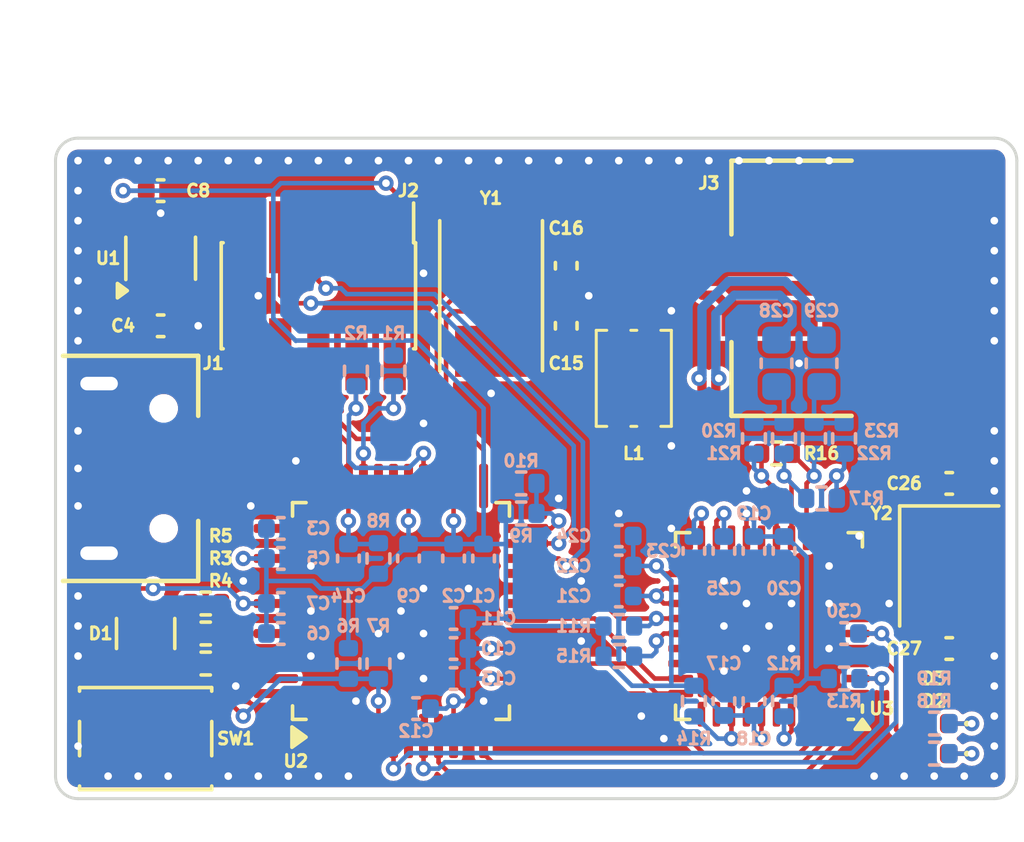
<source format=kicad_pcb>
(kicad_pcb (version 20240108) (generator "pcbnew") (generator_version "8.0")
  (layers (0 "F.Cu" signal) (31 "B.Cu" signal) (34 "B.Paste" user) (35 "F.Paste" user) (36 "B.SilkS" user "B.Silkscreen") (37 "F.SilkS" user "F.Silkscreen") (38 "B.Mask" user) (39 "F.Mask" user) (44 "Edge.Cuts" user))
  (net 0 "")
  (net 1 "+3V3")
  (net 2 "GND")
  (net 3 "+5V")
  (net 4 "/nrst")
  (net 5 "Net-(U2-XTALOUT)")
  (net 6 "Net-(U2-XTALIN)")
  (net 7 "Net-(U3-DLDO_1P1)")
  (net 8 "Net-(U3-CEXT_3)")
  (net 9 "Net-(U3-CEXT_2)")
  (net 10 "Net-(U3-XTAL_O)")
  (net 11 "Net-(U3-XTAL_I{slash}CLK_IN)")
  (net 12 "/t1l_d+")
  (net 13 "Net-(C28-Pad2)")
  (net 14 "Net-(C29-Pad2)")
  (net 15 "/t1l_d-")
  (net 16 "Net-(D1-RK)")
  (net 17 "Net-(D1-BK)")
  (net 18 "Net-(D1-GK)")
  (net 19 "Net-(D2-A)")
  (net 20 "Net-(D2-K)")
  (net 21 "Net-(D3-A)")
  (net 22 "Net-(D3-K)")
  (net 23 "/usb_d+")
  (net 25 "/usb_d-")
  (net 26 "/dbg_rx")
  (net 27 "/swclk")
  (net 28 "/swo")
  (net 29 "/dbg_tx")
  (net 30 "/swdio")
  (net 32 "/t1l_cmc_d-")
  (net 33 "/t1l_cmc_d+")
  (net 34 "/led_b")
  (net 35 "/led_g")
  (net 36 "/led_r")
  (net 37 "/isp0")
  (net 38 "/isp1")
  (net 39 "/oaspi_int")
  (net 40 "Net-(U3-SPI_CFG1)")
  (net 41 "/oaspi_sdo")
  (net 42 "Net-(U3-~{SWPD_EN})")
  (net 43 "Net-(U3-TEST1)")
  (net 44 "Net-(U3-RXN)")
  (net 45 "Net-(U3-TXP)")
  (net 46 "Net-(U3-RXP)")
  (net 47 "Net-(U3-TXN)")
  (net 49 "/ts_capt")
  (net 53 "/phyrst")
  (net 54 "/oaspi_sdi")
  (net 57 "/oaspi_cs")
  (net 58 "/ts_timer")
  (net 59 "/oaspi_sclk")
  (footprint "Button_Switch_SMD:SW_SPST_PTS810" (layer "F.Cu") (at 141.5 104.25)
    (property "Reference" "SW1")
    (property "Value" "boot")
  )
  (footprint "Resistor_SMD:R_0402_1005Metric" (layer "F.Cu") (at 143.5 99.75 180)
    (property "Reference" "R5")
    (property "Value" "220")
  )
  (footprint "Capacitor_SMD:C_0402_1005Metric" (layer "F.Cu") (at 155.5 88.5 90)
    (property "Reference" "C16")
    (property "Value" "20p")
  )
  (footprint "Connector_PinHeader_1.27mm:PinHeader_2x05_P1.27mm_Vertical_SMD" (layer "F.Cu") (at 147.25 89.5 -90)
    (property "Reference" "J2")
    (property "Value" "swd/uart")
  )
  (footprint "LED_SMD:LED_0402_1005Metric" (layer "F.Cu") (at 167.75 104.75 180)
    (property "Reference" "D2")
    (property "Value" "~")
  )
  (footprint "Crystal:Crystal_SMD_TXC_7A-2Pin_5x3.2mm" (layer "F.Cu") (at 153 89.5 90)
    (property "Reference" "Y1")
    (property "Value" "12MHz")
  )
  (footprint "extraparts:QFN-40-1EP_6x6mm_P0.5mm_EP3.6x3.6mm" (layer "F.Cu") (at 162.25 100.5 180)
    (property "Reference" "U3")
    (property "Value" "ADIN1110")
  )
  (footprint "Capacitor_SMD:C_0402_1005Metric" (layer "F.Cu") (at 168.25 95.75)
    (property "Reference" "C26")
    (property "Value" "20p")
  )
  (footprint "Package_QFP:LQFP-48_7x7mm_P0.5mm" (layer "F.Cu") (at 150 100 90)
    (property "Reference" "U2")
    (property "Value" "LPC1549JBD48")
  )
  (footprint "Resistor_SMD:R_Array_Convex_2x0606" (layer "F.Cu") (at 141.5 100.75 -90)
    (property "Reference" "D1")
    (property "Value" "rgb")
  )
  (footprint "LED_SMD:LED_0402_1005Metric" (layer "F.Cu") (at 167.75 103.75 180)
    (property "Reference" "D3")
    (property "Value" "~")
  )
  (footprint "Resistor_SMD:R_0402_1005Metric" (layer "F.Cu") (at 143.5 100.75 180)
    (property "Reference" "R3")
    (property "Value" "220")
  )
  (footprint "Capacitor_SMD:C_0402_1005Metric" (layer "F.Cu") (at 168.25 101.25 180)
    (property "Reference" "C27")
    (property "Value" "20p")
  )
  (footprint "Capacitor_SMD:C_0402_1005Metric" (layer "F.Cu") (at 142 86)
    (property "Reference" "C8")
    (property "Value" "4u7")
  )
  (footprint "extraparts:USB_Micro-B_U254-05" (layer "F.Cu") (at 138.5 95.25 -90)
    (property "Reference" "J1")
    (property "Value" "USB_B_Micro")
  )
  (footprint "Crystal:Crystal_SMD_3225-4Pin_3.2x2.5mm" (layer "F.Cu") (at 168.25 98.5 -90)
    (property "Reference" "Y2")
    (property "Value" "25MHz")
  )
  (footprint "Resistor_SMD:R_0402_1005Metric" (layer "F.Cu") (at 143.5 101.75 180)
    (property "Reference" "R4")
    (property "Value" "220")
  )
  (footprint "Package_TO_SOT_SMD:SOT-353_SC-70-5" (layer "F.Cu") (at 142 88.25 90)
    (property "Reference" "U1")
    (property "Value" "MIC5365-3.3YC5")
  )
  (footprint "Resistor_SMD:R_0402_1005Metric" (layer "F.Cu") (at 162.5 94.75 180)
    (property "Reference" "R16")
    (property "Value" "10k")
  )
  (footprint "Capacitor_SMD:C_0402_1005Metric" (layer "F.Cu") (at 142 90.5)
    (property "Reference" "C4")
    (property "Value" "1u")
  )
  (footprint "extraparts:Molex_DuraClik_RH_2pin" (layer "F.Cu") (at 170.5 89.25 90)
    (property "Reference" "J3")
    (property "Value" "Conn_01x02_MountingPin")
  )
  (footprint "Capacitor_SMD:C_0402_1005Metric" (layer "F.Cu") (at 155.5 90.5 -90)
    (property "Reference" "C15")
    (property "Value" "20p")
  )
  (footprint "extraparts:L_CommonModeChoke_Murata_DLW32SH101" (layer "F.Cu") (at 157.75 92.25 90)
    (property "Reference" "L1")
    (property "Value" "DLW32SH101XF2")
  )
  (footprint "Capacitor_SMD:C_0402_1005Metric" (layer "B.Cu") (at 146 100.75)
    (property "Reference" "C6")
    (property "Value" "100n")
  )
  (footprint "Capacitor_SMD:C_0402_1005Metric" (layer "B.Cu") (at 151.75 101.25 180)
    (property "Reference" "C10")
    (property "Value" "100n")
  )
  (footprint "Resistor_SMD:R_0402_1005Metric" (layer "B.Cu") (at 149.75 92 -90)
    (property "Reference" "R1")
    (property "Value" "10k")
  )
  (footprint "Capacitor_SMD:C_0603_1608Metric" (layer "B.Cu") (at 164 91.75 -90)
    (property "Reference" "C29")
    (property "Value" "220n")
  )
  (footprint "Resistor_SMD:R_0402_1005Metric" (layer "B.Cu") (at 154 95.75 180)
    (property "Reference" "R10")
    (property "Value" "10k")
  )
  (footprint "Capacitor_SMD:C_0402_1005Metric" (layer "B.Cu") (at 151.75 100.25 180)
    (property "Reference" "C11")
    (property "Value" "4u7")
  )
  (footprint "Capacitor_SMD:C_0402_1005Metric" (layer "B.Cu") (at 157.25 97.5 180)
    (property "Reference" "C24")
    (property "Value" "100n")
  )
  (footprint "Capacitor_SMD:C_0402_1005Metric" (layer "B.Cu") (at 146 97.25)
    (property "Reference" "C3")
    (property "Value" "100n")
  )
  (footprint "Capacitor_SMD:C_0402_1005Metric" (layer "B.Cu") (at 150.25 98.25 -90)
    (property "Reference" "C9")
    (property "Value" "100n")
  )
  (footprint "Resistor_SMD:R_0402_1005Metric" (layer "B.Cu") (at 163.75 94.25 -90)
    (property "Reference" "R22")
    (property "Value" "5k1")
  )
  (footprint "Capacitor_SMD:C_0402_1005Metric" (layer "B.Cu") (at 160.75 98 -90)
    (property "Reference" "C25")
    (property "Value" "100n")
  )
  (footprint "Resistor_SMD:R_0402_1005Metric" (layer "B.Cu") (at 164.75 94.25 -90)
    (property "Reference" "R23")
    (property "Value" "49.9")
  )
  (footprint "Capacitor_SMD:C_0402_1005Metric" (layer "B.Cu") (at 148.25 98.25 -90)
    (property "Reference" "C14")
    (property "Value" "100n")
  )
  (footprint "Resistor_SMD:R_0402_1005Metric" (layer "B.Cu") (at 148.5 92 90)
    (property "Reference" "R2")
    (property "Value" "10k")
  )
  (footprint "Resistor_SMD:R_0402_1005Metric" (layer "B.Cu") (at 157.25 101.5)
    (property "Reference" "R15")
    (property "Value" "1k5")
  )
  (footprint "Capacitor_SMD:C_0402_1005Metric" (layer "B.Cu") (at 151.75 98.25 -90)
    (property "Reference" "C2")
    (property "Value" "10n")
  )
  (footprint "Capacitor_SMD:C_0402_1005Metric" (layer "B.Cu") (at 161.75 103 90)
    (property "Reference" "C18")
    (property "Value" "10n")
  )
  (footprint "Capacitor_SMD:C_0402_1005Metric" (layer "B.Cu") (at 146 98.25)
    (property "Reference" "C5")
    (property "Value" "10n")
  )
  (footprint "Capacitor_SMD:C_0402_1005Metric" (layer "B.Cu") (at 150.5 103.25 180)
    (property "Reference" "C12")
    (property "Value" "100n")
  )
  (footprint "Resistor_SMD:R_0402_1005Metric" (layer "B.Cu") (at 157.25 100.5)
    (property "Reference" "R11")
    (property "Value" "1k5")
  )
  (footprint "Capacitor_SMD:C_0402_1005Metric" (layer "B.Cu") (at 152.75 98.25 -90)
    (property "Reference" "C1")
    (property "Value" "100n")
  )
  (footprint "Resistor_SMD:R_0402_1005Metric" (layer "B.Cu") (at 159.75 103 -90)
    (property "Reference" "R14")
    (property "Value" "4k7")
  )
  (footprint "Capacitor_SMD:C_0402_1005Metric" (layer "B.Cu") (at 160.75 103 90)
    (property "Reference" "C17")
    (property "Value" "100n")
  )
  (footprint "Resistor_SMD:R_0402_1005Metric" (layer "B.Cu") (at 167.75 104.75)
    (property "Reference" "R18")
    (property "Value" "220")
  )
  (footprint "Resistor_SMD:R_0402_1005Metric" (layer "B.Cu") (at 154 96.75)
    (property "Reference" "R9")
    (property "Value" "10k")
  )
  (footprint "Capacitor_SMD:C_0603_1608Metric" (layer "B.Cu") (at 162.5 91.75 -90)
    (property "Reference" "C28")
    (property "Value" "220n")
  )
  (footprint "Resistor_SMD:R_0402_1005Metric" (layer "B.Cu") (at 164 96.25 180)
    (property "Reference" "R17")
    (property "Value" "10k")
  )
  (footprint "Capacitor_SMD:C_0402_1005Metric" (layer "B.Cu") (at 146 99.75)
    (property "Reference" "C7")
    (property "Value" "10n")
  )
  (footprint "Resistor_SMD:R_0402_1005Metric" (layer "B.Cu") (at 149.25 98.25 90)
    (property "Reference" "R8")
    (property "Value" "10k")
  )
  (footprint "Resistor_SMD:R_0402_1005Metric" (layer "B.Cu") (at 149.25 101.75 90)
    (property "Reference" "R7")
    (property "Value" "10k")
  )
  (footprint "Resistor_SMD:R_0402_1005Metric" (layer "B.Cu") (at 161.75 94.25 -90)
    (property "Reference" "R20")
    (property "Value" "49.9")
  )
  (footprint "Capacitor_SMD:C_0402_1005Metric" (layer "B.Cu") (at 164.75 100.75 180)
    (property "Reference" "C30")
    (property "Value" "100n")
  )
  (footprint "Resistor_SMD:R_0402_1005Metric" (layer "B.Cu") (at 148.25 101.75 -90)
    (property "Reference" "R6")
    (property "Value" "10k")
  )
  (footprint "Resistor_SMD:R_0402_1005Metric" (layer "B.Cu") (at 164.75 102.25)
    (property "Reference" "R13")
    (property "Value" "4k7")
  )
  (footprint "Capacitor_SMD:C_0402_1005Metric" (layer "B.Cu") (at 162.75 98 -90)
    (property "Reference" "C20")
    (property "Value" "100n")
  )
  (footprint "Capacitor_SMD:C_0402_1005Metric" (layer "B.Cu") (at 159.75 98 -90)
    (property "Reference" "C23")
    (property "Value" "1u")
  )
  (footprint "Capacitor_SMD:C_0402_1005Metric" (layer "B.Cu") (at 157.25 98.5 180)
    (property "Reference" "C22")
    (property "Value" "10n")
  )
  (footprint "Capacitor_SMD:C_0402_1005Metric" (layer "B.Cu") (at 151.75 102.25 180)
    (property "Reference" "C13")
    (property "Value" "100n")
  )
  (footprint "Capacitor_SMD:C_0402_1005Metric" (layer "B.Cu") (at 157.25 99.5 180)
    (property "Reference" "C21")
    (property "Value" "1u")
  )
  (footprint "Capacitor_SMD:C_0402_1005Metric" (layer "B.Cu") (at 161.75 98 -90)
    (property "Reference" "C19")
    (property "Value" "10n")
  )
  (footprint "Resistor_SMD:R_0402_1005Metric" (layer "B.Cu") (at 162.75 103 -90)
    (property "Reference" "R12")
    (property "Value" "4k7")
  )
  (footprint "Resistor_SMD:R_0402_1005Metric" (layer "B.Cu") (at 167.75 103.75)
    (property "Reference" "R19")
    (property "Value" "220")
  )
  (footprint "Resistor_SMD:R_0402_1005Metric" (layer "B.Cu") (at 162.75 94.25 -90)
    (property "Reference" "R21")
    (property "Value" "5k1")
  )
  (gr_line (start 139.25 106.25) (end 169.75 106.25) (stroke (width 0.1)) (layer "Edge.Cuts"))
  (gr_arc (start 138.5 85) (mid 138.71967 84.46967) (end 139.25 84.25) (stroke (width 0.1)) (layer "Edge.Cuts"))
  (gr_arc (start 139.25 106.25) (mid 138.71967 106.03033) (end 138.5 105.5) (stroke (width 0.1)) (layer "Edge.Cuts"))
  (gr_line (start 169.75 84.25) (end 139.25 84.25) (stroke (width 0.1)) (layer "Edge.Cuts"))
  (gr_line (start 138.5 85) (end 138.5 105.5) (stroke (width 0.1)) (layer "Edge.Cuts"))
  (gr_arc (start 169.75 84.25) (mid 170.28033 84.46967) (end 170.5 85) (stroke (width 0.1)) (layer "Edge.Cuts"))
  (gr_line (start 170.5 105.5) (end 170.5 85) (stroke (width 0.1)) (layer "Edge.Cuts"))
  (gr_arc (start 170.5 105.5) (mid 170.28033 106.03033) (end 169.75 106.25) (stroke (width 0.1)) (layer "Edge.Cuts"))
  (segment (start 161.5 97.5625) (end 161.5 96.75) (width 0.1524) (layer "F.Cu") (net 1))
  (segment (start 141.03 99.5476) (end 141.03 100.05) (width 0.1524) (layer "F.Cu") (net 1))
  (segment (start 159.3125 98.75) (end 158.75 98.75) (width 0.1524) (layer "F.Cu") (net 1))
  (segment (start 141.35 87.3) (end 141.35 86.17) (width 0.1524) (layer "F.Cu") (net 1))
  (segment (start 141.3276 99.25) (end 141.03 99.5476) (width 0.1524) (layer "F.Cu") (net 1))
  (segment (start 151.75 95.8375) (end 151.75 97) (width 0.1524) (layer "F.Cu") (net 1))
  (segment (start 162 97.5625) (end 161.5 97.5625) (width 0.1524) (layer "F.Cu") (net 1))
  (segment (start 149.79 86.04) (end 149.5 85.75) (width 0.1524) (layer "F.Cu") (net 1))
  (segment (start 150.25 95.8375) (end 150.25 97) (width 0.1524) (layer "F.Cu") (net 1))
  (segment (start 141.75 99.25) (end 141.3276 99.25) (width 0.1524) (layer "F.Cu") (net 1))
  (segment (start 158.75 98.75) (end 158.5 98.5) (width 0.1524) (layer "F.Cu") (net 1))
  (segment (start 141.52 86) (end 140.75 86) (width 0.1524) (layer "F.Cu") (net 1))
  (segment (start 151.75 104.1625) (end 151.75 103) (width 0.1524) (layer "F.Cu") (net 1))
  (segment (start 162 103.4375) (end 162 104.25) (width 0.1524) (layer "F.Cu") (net 1))
  (segment (start 149.79 87.55) (end 149.79 86.04) (width 0.1524) (layer "F.Cu") (net 1))
  (segment (start 141.35 86.17) (end 141.52 86) (width 0.1524) (layer "F.Cu") (net 1))
  (segment (start 145.8375 98.25) (end 144.75 98.25) (width 0.1524) (layer "F.Cu") (net 1))
  (segment (start 154.1625 102.25) (end 153 102.25) (width 0.1524) (layer "F.Cu") (net 1))
  (segment (start 145.8375 99.75) (end 144.75 99.75) (width 0.1524) (layer "F.Cu") (net 1))
  (segment (start 154.1625 101.25) (end 153 101.25) (width 0.1524) (layer "F.Cu") (net 1))
  (via (at 153 102.25) (size 0.508) (drill 0.254) (layers "F.Cu" "B.Cu") (net 1))
  (via (at 151.75 97) (size 0.508) (drill 0.254) (layers "F.Cu" "B.Cu") (net 1))
  (via (at 149.5 85.75) (size 0.508) (drill 0.254) (layers "F.Cu" "B.Cu") (net 1))
  (via (at 144.75 98.25) (size 0.508) (drill 0.254) (layers "F.Cu" "B.Cu") (net 1))
  (via (at 161.5 96.75) (size 0.508) (drill 0.254) (layers "F.Cu" "B.Cu") (net 1))
  (via (at 144.75 99.75) (size 0.508) (drill 0.254) (layers "F.Cu" "B.Cu") (net 1))
  (via (at 151.75 103) (size 0.508) (drill 0.254) (layers "F.Cu" "B.Cu") (net 1))
  (via (at 158.5 98.5) (size 0.508) (drill 0.254) (layers "F.Cu" "B.Cu") (net 1))
  (via (at 153 101.25) (size 0.508) (drill 0.254) (layers "F.Cu" "B.Cu") (net 1))
  (via (at 141.75 99.25) (size 0.508) (drill 0.254) (layers "F.Cu" "B.Cu") (net 1))
  (via (at 162 104.25) (size 0.508) (drill 0.254) (layers "F.Cu" "B.Cu") (net 1))
  (via (at 140.75 86) (size 0.508) (drill 0.254) (layers "F.Cu" "B.Cu") (net 1))
  (via (at 150.25 97) (size 0.508) (drill 0.254) (layers "F.Cu" "B.Cu") (net 1))
  (segment (start 145.52 97.25) (end 145.52 98.25) (width 0.1524) (layer "B.Cu") (net 1))
  (segment (start 161.75 104) (end 162 104.25) (width 0.1524) (layer "B.Cu") (net 1))
  (segment (start 160.75 103.48) (end 161.75 103.48) (width 0.1524) (layer "B.Cu") (net 1))
  (segment (start 158.5 98.5) (end 159 99) (width 0.1524) (layer "B.Cu") (net 1))
  (segment (start 157.69 102.49) (end 156.74 101.54) (width 0.1524) (layer "B.Cu") (net 1))
  (segment (start 159.75 102.49) (end 159 102.49) (width 0.1524) (layer "B.Cu") (net 1))
  (segment (start 153.49 100.24) (end 153.5 100.25) (width 0.1524) (layer "B.Cu") (net 1))
  (segment (start 153.75 100.5) (end 156.74 100.5) (width 0.1524) (layer "B.Cu") (net 1))
  (segment (start 153 102.25) (end 152.23 102.25) (width 0.1524) (layer "B.Cu") (net 1))
  (segment (start 148.25 101.24) (end 148.25 99.25) (width 0.1524) (layer "B.Cu") (net 1))
  (segment (start 153.5 100.25) (end 153.75 100.5) (width 0.1524) (layer "B.Cu") (net 1))
  (segment (start 152.23 102.25) (end 152.23 100.25) (width 0.1524) (layer "B.Cu") (net 1))
  (segment (start 149.75 90.9914) (end 150.4914 90.9914) (width 0.1524) (layer "B.Cu") (net 1))
  (segment (start 152.23 100.25) (end 153.5 100.25) (width 0.1524) (layer "B.Cu") (net 1))
  (segment (start 146.5086 90.9914) (end 149.75 90.9914) (width 0.1524) (layer "B.Cu") (net 1))
  (segment (start 156.74 100.5) (end 156.74 101.5) (width 0.1524) (layer "B.Cu") (net 1))
  (segment (start 148.25 99.25) (end 147.32879 99.25) (width 0.1524) (layer "B.Cu") (net 1))
  (segment (start 145.75 86) (end 140.75 86) (width 0.1524) (layer "B.Cu") (net 1))
  (segment (start 163.5 102.25) (end 164.24 102.25) (width 0.1524) (layer "B.Cu") (net 1))
  (segment (start 162.74 102.49) (end 161.75 103.48) (width 0.1524) (layer "B.Cu") (net 1))
  (segment (start 150.4914 90.9914) (end 152.75 93.25) (width 0.1524) (layer "B.Cu") (net 1))
  (segment (start 156.74 101.54) (end 156.74 101.5) (width 0.1524) (layer "B.Cu") (net 1))
  (segment (start 152.75 97.77) (end 153.47 97.77) (width 0.1524) (layer "B.Cu") (net 1))
  (segment (start 152.23 102.87) (end 152.1 103) (width 0.1524) (layer "B.Cu") (net 1))
  (segment (start 163.5 98.2) (end 162.82 97.52) (width 0.1524) (layer "B.Cu") (net 1))
  (segment (start 149.5 85.75) (end 146 85.75) (width 0.1524) (layer "B.Cu") (net 1))
  (segment (start 144.75 99.75) (end 145.52 99.75) (width 0.1524) (layer "B.Cu") (net 1))
  (segment (start 145.52 98.25) (end 144.75 98.25) (width 0.1524) (layer "B.Cu") (net 1))
  (segment (start 145.52 99) (end 145.52 99.75) (width 0.1524) (layer "B.Cu") (net 1))
  (segment (start 149.25 98.76) (end 149.205 98.76) (width 0.1524) (layer "B.Cu") (net 1))
  (segment (start 163.5 102.25) (end 163.5 98.2) (width 0.1524) (layer "B.Cu") (net 1))
  (segment (start 141.75 99.25) (end 144.25 99.25) (width 0.1524) (layer "B.Cu") (net 1))
  (segment (start 149.26 98.76) (end 150.25 97.77) (width 0.1524) (layer "B.Cu") (net 1))
  (segment (start 163.26 102.49) (end 163.5 102.25) (width 0.1524) (layer "B.Cu") (net 1))
  (segment (start 161.75 97.52) (end 161.75 97) (width 0.1524) (layer "B.Cu") (net 1))
  (segment (start 149.205 98.76) (end 148.715 99.25) (width 0.1524) (layer "B.Cu") (net 1))
  (segment (start 148.715 99.25) (end 148.25 99.25) (width 0.1524) (layer "B.Cu") (net 1))
  (segment (start 153.49 96.75) (end 153.49 97.75) (width 0.1524) (layer "B.Cu") (net 1))
  (segment (start 151.75 97) (end 151.75 97.77) (width 0.1524) (layer "B.Cu") (net 1))
  (segment (start 150.25 97) (end 150.25 97.77) (width 0.1524) (layer "B.Cu") (net 1))
  (segment (start 162.82 97.52) (end 162.75 97.52) (width 0.1524) (layer "B.Cu") (net 1))
  (segment (start 153 101.25) (end 152.23 101.25) (width 0.1524) (layer "B.Cu") (net 1))
  (segment (start 161.75 103.48) (end 161.75 104) (width 0.1524) (layer "B.Cu") (net 1))
  (segment (start 162.75 97.52) (end 161.75 97.52) (width 0.1524) (layer "B.Cu") (net 1))
  (segment (start 153.47 97.77) (end 153.49 97.75) (width 0.1524) (layer "B.Cu") (net 1))
  (segment (start 159.76 102.49) (end 160.75 103.48) (width 0.1524) (layer "B.Cu") (net 1))
  (segment (start 157.73 97.5) (end 157.73 98.5) (width 0.1524) (layer "B.Cu") (net 1))
  (segment (start 147.32879 99.25) (end 147.07879 99) (width 0.1524) (layer "B.Cu") (net 1))
  (segment (start 144.25 99.25) (end 144.75 99.75) (width 0.1524) (layer "B.Cu") (net 1))
  (segment (start 153.49 97.75) (end 153.49 100.24) (width 0.1524) (layer "B.Cu") (net 1))
  (segment (start 145.52 98.25) (end 145.52 99) (width 0.1524) (layer "B.Cu") (net 1))
  (segment (start 149.75 91.49) (end 149.75 90.9914) (width 0.1524) (layer "B.Cu") (net 1))
  (segment (start 159.75 102.49) (end 159.76 102.49) (width 0.1524) (layer "B.Cu") (net 1))
  (segment (start 152.23 102.25) (end 152.23 102.87) (width 0.1524) (layer "B.Cu") (net 1))
  (segment (start 145.75 90.25) (end 146.5 91) (width 0.1524) (layer "B.Cu") (net 1))
  (segment (start 151.75 97.77) (end 150.25 97.77) (width 0.1524) (layer "B.Cu") (net 1))
  (segment (start 161.75 97) (end 161.5 96.75) (width 0.1524) (layer "B.Cu") (net 1))
  (segment (start 159 99) (end 159 102.49) (width 0.1524) (layer "B.Cu") (net 1))
  (segment (start 159 102.49) (end 157.69 102.49) (width 0.1524) (layer "B.Cu") (net 1))
  (segment (start 150.98 103.25) (end 151.5 103.25) (width 0.1524) (layer "B.Cu") (net 1))
  (segment (start 149.25 98.76) (end 149.26 98.76) (width 0.1524) (layer "B.Cu") (net 1))
  (segment (start 162.75 102.49) (end 163.26 102.49) (width 0.1524) (layer "B.Cu") (net 1))
  (segment (start 152.1 103) (end 151.75 103) (width 0.1524) (layer "B.Cu") (net 1))
  (segment (start 158.5 98.5) (end 157.73 98.5) (width 0.1524) (layer "B.Cu") (net 1))
  (segment (start 147.07879 99) (end 145.52 99) (width 0.1524) (layer "B.Cu") (net 1))
  (segment (start 151.5 103.25) (end 151.75 103) (width 0.1524) (layer "B.Cu") (net 1))
  (segment (start 145.52 100.75) (end 145.52 99.75) (width 0.1524) (layer "B.Cu") (net 1))
  (segment (start 151.75 97.77) (end 152.75 97.77) (width 0.1524) (layer "B.Cu") (net 1))
  (segment (start 162.75 102.49) (end 162.74 102.49) (width 0.1524) (layer "B.Cu") (net 1))
  (segment (start 152.75 93.25) (end 152.75 97.77) (width 0.1524) (layer "B.Cu") (net 1))
  (segment (start 145.75 90.25) (end 145.75 86) (width 0.1524) (layer "B.Cu") (net 1))
  (segment (start 146 85.75) (end 145.75 86) (width 0.1524) (layer "B.Cu") (net 1))
  (segment (start 146.5 91) (end 146.5086 90.9914) (width 0.1524) (layer "B.Cu") (net 1))
  (via (at 164.25 101.25) (size 0.508) (drill 0.254) (layers "F.Cu" "B.Cu") (net 2))
  (via (at 147 98.5) (size 0.508) (drill 0.254) (layers "F.Cu" "B.Cu") (net 2))
  (via (at 159.25 85) (size 0.508) (drill 0.254) (layers "F.Cu" "B.Cu") (net 2))
  (via (at 149.25 85) (size 0.508) (drill 0.254) (layers "F.Cu" "B.Cu") (net 2))
  (via (at 152.25 85) (size 0.508) (drill 0.254) (layers "F.Cu" "B.Cu") (net 2))
  (via (at 150 101.5) (size 0.508) (drill 0.254) (layers "F.Cu" "B.Cu") (net 2))
  (via (at 145.25 105.5) (size 0.508) (drill 0.254) (layers "F.Cu" "B.Cu") (net 2))
  (via (at 139.25 96.5) (size 0.508) (drill 0.254) (layers "F.Cu" "B.Cu") (net 2))
  (via (at 161.5 101.25) (size 0.508) (drill 0.254) (layers "F.Cu" "B.Cu") (net 2))
  (via (at 169.75 89) (size 0.508) (drill 0.254) (layers "F.Cu" "B.Cu") (net 2))
  (via (at 139.25 91) (size 0.508) (drill 0.254) (layers "F.Cu" "B.Cu") (net 2))
  (via (at 154.25 85) (size 0.508) (drill 0.254) (layers "F.Cu" "B.Cu") (net 2))
  (via (at 152.75 103) (size 0.508) (drill 0.254) (layers "F.Cu" "B.Cu") (net 2))
  (via (at 169.75 96) (size 0.508) (drill 0.254) (layers "F.Cu" "B.Cu") (net 2))
  (via (at 159 94.5) (size 0.508) (drill 0.254) (layers "F.Cu" "B.Cu") (net 2))
  (via (at 159 90) (size 0.508) (drill 0.254) (layers "F.Cu" "B.Cu") (net 2))
  (via (at 139.25 86) (size 0.508) (drill 0.254) (layers "F.Cu" "B.Cu") (net 2))
  (via (at 150 100) (size 0.508) (drill 0.254) (layers "F.Cu" "B.Cu") (net 2))
  (via (at 139.25 90) (size 0.508) (drill 0.254) (layers "F.Cu" "B.Cu") (net 2))
  (via (at 166.25 99.75) (size 0.508) (drill 0.254) (layers "F.Cu" "B.Cu") (net 2))
  (via (at 158.75 104.25) (size 0.508) (drill 0.254) (layers "F.Cu" "B.Cu") (net 2))
  (via (at 152.25 99.25) (size 0.508) (drill 0.254) (layers "F.Cu" "B.Cu") (net 2))
  (via (at 157.25 85) (size 0.508) (drill 0.254) (layers "F.Cu" "B.Cu") (net 2))
  (via (at 153.25 85) (size 0.508) (drill 0.254) (layers "F.Cu" "B.Cu") (net 2))
  (via (at 169.75 105.5) (size 0.508) (drill 0.254) (layers "F.Cu" "B.Cu") (net 2))
  (via (at 147 100) (size 0.508) (drill 0.254) (layers "F.Cu" "B.Cu") (net 2))
  (via (at 164.25 85) (size 0.508) (drill 0.254) (layers "F.Cu" "B.Cu") (net 2))
  (via (at 146.5 95) (size 0.508) (drill 0.254) (layers "F.Cu" "B.Cu") (net 2))
  (via (at 139.25 100.5) (size 0.508) (drill 0.254) (layers "F.Cu" "B.Cu") (net 2))
  (via (at 169.75 103.5) (size 0.508) (drill 0.254) (layers "F.Cu" "B.Cu") (net 2))
  (via (at 142.25 85) (size 0.508) (drill 0.254) (layers "F.Cu" "B.Cu") (net 2))
  (via (at 139.25 95.25) (size 0.508) (drill 0.254) (layers "F.Cu" "B.Cu") (net 2))
  (via (at 150.75 88.75) (size 0.508) (drill 0.254) (layers "F.Cu" "B.Cu") (net 2))
  (via (at 145.25 89.5) (size 0.508) (drill 0.254) (layers "F.Cu" "B.Cu") (net 2))
  (via (at 139.25 101.5) (size 0.508) (drill 0.254) (layers "F.Cu" "B.Cu") (net 2))
  (via (at 158.25 85) (size 0.508) (drill 0.254) (layers "F.Cu" "B.Cu") (net 2))
  (via (at 169.75 88) (size 0.508) (drill 0.254) (layers "F.Cu" "B.Cu") (net 2))
  (via (at 164.25 99.75) (size 0.508) (drill 0.254) (layers "F.Cu" "B.Cu") (net 2))
  (via (at 144.5 102.5) (size 0.508) (drill 0.254) (layers "F.Cu" "B.Cu") (net 2))
  (via (at 165.25 97.5) (size 0.508) (drill 0.254) (layers "F.Cu" "B.Cu") (net 2))
  (via (at 163.25 85) (size 0.508) (drill 0.254) (layers "F.Cu" "B.Cu") (net 2))
  (via (at 144.25 105.5) (size 0.508) (drill 0.254) (layers "F.Cu" "B.Cu") (net 2))
  (via (at 148.25 85) (size 0.508) (drill 0.254) (layers "F.Cu" "B.Cu") (net 2))
  (via (at 150.75 100.75) (size 0.508) (drill 0.254) (layers "F.Cu" "B.Cu") (net 2))
  (via (at 162.25 100.5) (size 0.508) (drill 0.254) (layers "F.Cu" "B.Cu") (net 2))
  (via (at 145 96.5) (size 0.508) (drill 0.254) (layers "F.Cu" "B.Cu") (net 2))
  (via (at 139.25 94) (size 0.508) (drill 0.254) (layers "F.Cu" "B.Cu") (net 2))
  (via (at 161.5 96) (size 0.508) (drill 0.254) (layers "F.Cu" "B.Cu") (net 2))
  (via (at 146.25 105.5) (size 0.508) (drill 0.254) (layers "F.Cu" "B.Cu") (net 2))
  (via (at 169.75 95) (size 0.508) (drill 0.254) (layers "F.Cu" "B.Cu") (net 2))
  (via (at 143.25 85) (size 0.508) (drill 0.254) (layers "F.Cu" "B.Cu") (net 2))
  (via (at 142.25 105.5) (size 0.508) (drill 0.254) (layers "F.Cu" "B.Cu") (net 2))
  (via (at 141.25 85) (size 0.508) (drill 0.254) (layers "F.Cu" "B.Cu") (net 2))
  (via (at 155.25 85) (size 0.508) (drill 0.254) (layers "F.Cu" "B.Cu") (net 2))
  (via (at 142 86.75) (size 0.508) (drill 0.254) (layers "F.Cu" "B.Cu") (net 2))
  (via (at 143.25 90.5) (size 0.508) (drill 0.254) (layers "F.Cu" "B.Cu") (net 2))
  (via (at 168.75 105.5) (size 0.508) (drill 0.254) (layers "F.Cu" "B.Cu") (net 2))
  (via (at 145.25 85) (size 0.508) (drill 0.254) (layers "F.Cu" "B.Cu") (net 2))
  (via (at 161.25 85) (size 0.508) (drill 0.254) (layers "F.Cu" "B.Cu") (net 2))
  (via (at 159 97.25) (size 0.508) (drill 0.254) (layers "F.Cu" "B.Cu") (net 2))
  (via (at 162.25 85) (size 0.508) (drill 0.254) (layers "F.Cu" "B.Cu") (net 2))
  (via (at 139.25 88) (size 0.508) (drill 0.254) (layers "F.Cu" "B.Cu") (net 2))
  (via (at 167.75 105.5) (size 0.508) (drill 0.254) (layers "F.Cu" "B.Cu") (net 2))
  (via (at 149.25 100.75) (size 0.508) (drill 0.254) (layers "F.Cu" "B.Cu") (net 2))
  (via (at 169.75 90) (size 0.508) (drill 0.254) (layers "F.Cu" "B.Cu") (net 2))
  (via (at 139.25 85) (size 0.508) (drill 0.254) (layers "F.Cu" "B.Cu") (net 2))
  (via (at 140.25 85) (size 0.508) (drill 0.254) (layers "F.Cu" "B.Cu") (net 2))
  (via (at 139.25 89) (size 0.508) (drill 0.254) (layers "F.Cu" "B.Cu") (net 2))
  (via (at 169.75 94) (size 0.508) (drill 0.254) (layers "F.Cu" "B.Cu") (net 2))
  (via (at 151.25 85) (size 0.508) (drill 0.254) (layers "F.Cu" "B.Cu") (net 2))
  (via (at 158 103.5) (size 0.508) (drill 0.254) (layers "F.Cu" "B.Cu") (net 2))
  (via (at 144.25 85) (size 0.508) (drill 0.254) (layers "F.Cu" "B.Cu") (net 2))
  (via (at 160.75 102) (size 0.508) (drill 0.254) (layers "F.Cu" "B.Cu") (net 2))
  (via (at 160.75 100.5) (size 0.508) (drill 0.254) (layers "F.Cu" "B.Cu") (net 2))
  (via (at 155.25 96.25) (size 0.508) (drill 0.254) (layers "F.Cu" "B.Cu") (net 2))
  (via (at 163 101.25) (size 0.508) (drill 0.254) (layers "F.Cu" "B.Cu") (net 2))
  (via (at 150.75 102.25) (size 0.508) (drill 0.254) (layers "F.Cu" "B.Cu") (net 2))
  (via (at 140.25 105.5) (size 0.508) (drill 0.254) (layers "F.Cu" "B.Cu") (net 2))
  (via (at 144.75 99) (size 0.508) (drill 0.254) (layers "F.Cu" "B.Cu") (net 2))
  (via (at 169.75 102.5) (size 0.508) (drill 0.254) (layers "F.Cu" "B.Cu") (net 2))
  (via (at 150.25 85) (size 0.508) (drill 0.254) (layers "F.Cu" "B.Cu") (net 2))
  (via (at 160.25 85) (size 0.508) (drill 0.254) (layers "F.Cu" "B.Cu") (net 2))
  (via (at 169.75 104.5) (size 0.508) (drill 0.254) (layers "F.Cu" "B.Cu") (net 2))
  (via (at 161.5 99.75) (size 0.508) (drill 0.254) (layers "F.Cu" "B.Cu") (net 2))
  (via (at 169.75 91) (size 0.508) (drill 0.254) (layers "F.Cu" "B.Cu") (net 2))
  (via (at 156.25 85) (size 0.508) (drill 0.254) (layers "F.Cu" "B.Cu") (net 2))
  (via (at 141.25 105.5) (size 0.508) (drill 0.254) (layers "F.Cu" "B.Cu") (net 2))
  (via (at 157.25 96.75) (size 0.508) (drill 0.254) (layers "F.Cu" "B.Cu") (net 2))
  (via (at 147 101.5) (size 0.508) (drill 0.254) (layers "F.Cu" "B.Cu") (net 2))
  (via (at 163.25 91.75) (size 0.508) (drill 0.254) (layers "F.Cu" "B.Cu") (net 2))
  (via (at 153 92.75) (size 0.508) (drill 0.254) (layers "F.Cu" "B.Cu") (net 2))
  (via (at 156 99) (size 0.508) (drill 0.254) (layers "F.Cu" "B.Cu") (net 2))
  (via (at 139.25 87) (size 0.508) (drill 0.254) (layers "F.Cu" "B.Cu") (net 2))
  (via (at 169.75 87) (size 0.508) (drill 0.254) (layers "F.Cu" "B.Cu") (net 2))
  (via (at 150.75 93.75) (size 0.508) (drill 0.254) (layers "F.Cu" "B.Cu") (net 2))
  (via (at 146.25 85) (size 0.508) (drill 0.254) (layers "F.Cu" "B.Cu") (net 2))
  (via (at 160.75 99) (size 0.508) (drill 0.254) (layers "F.Cu" "B.Cu") (net 2))
  (via (at 166.75 105.5) (size 0.508) (drill 0.254) (layers "F.Cu" "B.Cu") (net 2))
  (via (at 148.5 103) (size 0.508) (drill 0.254) (layers "F.Cu" "B.Cu") (net 2))
  (via (at 156 101) (size 0.508) (drill 0.254) (layers "F.Cu" "B.Cu") (net 2))
  (via (at 148.25 105.5) (size 0.508) (drill 0.254) (layers "F.Cu" "B.Cu") (net 2))
  (via (at 165.75 105.5) (size 0.508) (drill 0.254) (layers "F.Cu" "B.Cu") (net 2))
  (via (at 139.25 104.5) (size 0.508) (drill 0.254) (layers "F.Cu" "B.Cu") (net 2))
  (via (at 150.75 99.25) (size 0.508) (drill 0.254) (layers "F.Cu" "B.Cu") (net 2))
  (via (at 139.25 99.5) (size 0.508) (drill 0.254) (layers "F.Cu" "B.Cu") (net 2))
  (via (at 163 99.75) (size 0.508) (drill 0.254) (layers "F.Cu" "B.Cu") (net 2))
  (via (at 164.25 98.5) (size 0.508) (drill 0.254) (layers "F.Cu" "B.Cu") (net 2))
  (via (at 147.25 85) (size 0.508) (drill 0.254) (layers "F.Cu" "B.Cu") (net 2))
  (via (at 156.25 89.5) (size 0.508) (drill 0.254) (layers "F.Cu" "B.Cu") (net 2))
  (via (at 147.25 105.5) (size 0.508) (drill 0.254) (layers "F.Cu" "B.Cu") (net 2))
  (via (at 169.75 101.5) (size 0.508) (drill 0.254) (layers "F.Cu" "B.Cu") (net 2))
  (segment (start 141.35 89.2) (end 141.35 90.33) (width 0.1524) (layer "F.Cu") (net 3))
  (segment (start 142.5 88.5) (end 141.5 88.5) (width 0.1524) (layer "F.Cu") (net 3))
  (segment (start 141.52 90.5) (end 141.52 93.7224) (width 0.1524) (layer "F.Cu") (net 3))
  (segment (start 141.35 88.65) (end 141.35 89.2) (width 0.1524) (layer "F.Cu") (net 3))
  (segment (start 141.35 90.33) (end 141.52 90.5) (width 0.1524) (layer "F.Cu") (net 3))
  (segment (start 141.5 88.5) (end 141.35 88.65) (width 0.1524) (layer "F.Cu") (net 3))
  (segment (start 141.52 93.7224) (end 141.7476 93.95) (width 0.1524) (layer "F.Cu") (net 3))
  (segment (start 142.65 88.65) (end 142.5 88.5) (width 0.1524) (layer "F.Cu") (net 3))
  (segment (start 142.65 89.2) (end 142.65 88.65) (width 0.1524) (layer "F.Cu") (net 3))
  (segment (start 141.7476 93.95) (end 142.6 93.95) (width 0.1524) (layer "F.Cu") (net 3))
  (segment (start 148.25 94.431052) (end 146.697548 92.8786) (width 0.1524) (layer "F.Cu") (net 4))
  (segment (start 144.71 92.28) (end 144.71 91.45) (width 0.1524) (layer "F.Cu") (net 4))
  (segment (start 145.3086 92.8786) (end 144.71 92.28) (width 0.1524) (layer "F.Cu") (net 4))
  (segment (start 148.25 95.8375) (end 148.25 94.431052) (width 0.1524) (layer "F.Cu") (net 4))
  (segment (start 148.25 95.8375) (end 148.25 97) (width 0.1524) (layer "F.Cu") (net 4))
  (segment (start 146.697548 92.8786) (end 145.3086 92.8786) (width 0.1524) (layer "F.Cu") (net 4))
  (via (at 148.25 97) (size 0.508) (drill 0.254) (layers "F.Cu" "B.Cu") (net 4))
  (segment (start 149.22 97.77) (end 149.25 97.74) (width 0.1524) (layer "B.Cu") (net 4))
  (segment (start 148.25 97.77) (end 149.22 97.77) (width 0.1524) (layer "B.Cu") (net 4))
  (segment (start 148.25 97) (end 148.25 97.77) (width 0.1524) (layer "B.Cu") (net 4))
  (segment (start 151.5 90.25) (end 151.5 93.392237) (width 0.1524) (layer "F.Cu") (net 5))
  (segment (start 151.5 93.392237) (end 152.75 94.642237) (width 0.1524) (layer "F.Cu") (net 5))
  (segment (start 152.1404 90.02) (end 151.75 90.02) (width 0.1524) (layer "F.Cu") (net 5))
  (segment (start 155.5 90.02) (end 153 90.02) (width 0.1524) (layer "F.Cu") (net 5))
  (segment (start 152.62808 89.89808) (end 152.62808 89.672918) (width 0.1524) (layer "F.Cu") (net 5))
  (segment (start 151.75 90.02) (end 151.73 90.02) (width 0.1524) (layer "F.Cu") (net 5))
  (segment (start 151.73 90.02) (end 151.5 90.25) (width 0.1524) (layer "F.Cu") (net 5))
  (segment (start 152.75 94.642237) (end 152.75 95.8375) (width 0.1524) (layer "F.Cu") (net 5))
  (segment (start 152.32328 89.672918) (end 152.32328 89.89808) (width 0.1524) (layer "F.Cu") (net 5))
  (segment (start 153 90.02) (end 152.75 90.02) (width 0.1524) (layer "F.Cu") (net 5))
  (segment (start 152.50616 89.550998) (end 152.4452 89.550998) (width 0.1524) (layer "F.Cu") (net 5))
  (segment (start 153 91.35) (end 153 90.02) (width 0.1524) (layer "F.Cu") (net 5))
  (segment (start 152.20136 90.02) (end 152.1404 90.02) (width 0.1524) (layer "F.Cu") (net 5))
  (arc (start 152.62808 89.672918) (mid 152.59237 89.586708) (end 152.50616 89.550998) (width 0.1524) (layer "F.Cu") (net 5))
  (arc (start 152.75 90.02) (mid 152.66379 89.98429) (end 152.62808 89.89808) (width 0.1524) (layer "F.Cu") (net 5))
  (arc (start 152.32328 89.89808) (mid 152.28757 89.98429) (end 152.20136 90.02) (width 0.1524) (layer "F.Cu") (net 5))
  (arc (start 152.4452 89.550998) (mid 152.35899 89.586708) (end 152.32328 89.672918) (width 0.1524) (layer "F.Cu") (net 5))
  (segment (start 152.25 94.573289) (end 151.1952 93.518489) (width 0.1524) (layer "F.Cu") (net 6))
  (segment (start 152.25 95.8375) (end 152.25 94.573289) (width 0.1524) (layer "F.Cu") (net 6))
  (segment (start 151.1952 90.123748) (end 152.338948 88.98) (width 0.1524) (layer "F.Cu") (net 6))
  (segment (start 155.5 88.98) (end 153 88.98) (width 0.1524) (layer "F.Cu") (net 6))
  (segment (start 151.1952 93.518489) (end 151.1952 90.123748) (width 0.1524) (layer "F.Cu") (net 6))
  (segment (start 152.338948 88.98) (end 153 88.98) (width 0.1524) (layer "F.Cu") (net 6))
  (segment (start 153 87.65) (end 153 88.98) (width 0.1524) (layer "F.Cu") (net 6))
  (segment (start 159.3125 99.25) (end 158.75 99.25) (width 0.1524) (layer "F.Cu") (net 7))
  (segment (start 158.75 99.25) (end 158.5 99.5) (width 0.1524) (layer "F.Cu") (net 7))
  (segment (start 159.3125 99.75) (end 158.75 99.75) (width 0.1524) (layer "F.Cu") (net 7))
  (segment (start 158.75 99.75) (end 158.5 99.5) (width 0.1524) (layer "F.Cu") (net 7))
  (via (at 158.5 99.5) (size 0.508) (drill 0.254) (layers "F.Cu" "B.Cu") (net 7))
  (segment (start 157.73 99.5) (end 158.5 99.5) (width 0.1524) (layer "B.Cu") (net 7))
  (segment (start 160 97.5625) (end 160 96.75) (width 0.1524) (layer "F.Cu") (net 8))
  (via (at 160 96.75) (size 0.508) (drill 0.254) (layers "F.Cu" "B.Cu") (net 8))
  (segment (start 159.75 97.52) (end 159.75 97) (width 0.1524) (layer "B.Cu") (net 8))
  (segment (start 159.75 97) (end 160 96.75) (width 0.1524) (layer "B.Cu") (net 8))
  (segment (start 160.5 97.5625) (end 160.5 97) (width 0.1524) (layer "F.Cu") (net 9))
  (segment (start 160.5 97) (end 160.75 96.75) (width 0.1524) (layer "F.Cu") (net 9))
  (via (at 160.75 96.75) (size 0.508) (drill 0.254) (layers "F.Cu" "B.Cu") (net 9))
  (segment (start 160.75 97.52) (end 160.75 96.75) (width 0.1524) (layer "B.Cu") (net 9))
  (segment (start 165.1875 98.75) (end 166.15 98.75) (width 0.1524) (layer "F.Cu") (net 10))
  (segment (start 166.15 98.75) (end 167.4 97.5) (width 0.1524) (layer "F.Cu") (net 10))
  (segment (start 167.77 97.03) (end 167.4 97.4) (width 0.1524) (layer "F.Cu") (net 10))
  (segment (start 167.4 97.5) (end 167.4 97.4) (width 0.1524) (layer "F.Cu") (net 10))
  (segment (start 167.77 95.75) (end 167.77 97.03) (width 0.1524) (layer "F.Cu") (net 10))
  (segment (start 166.681052 98.65) (end 168.25 98.65) (width 0.1524) (layer "F.Cu") (net 11))
  (segment (start 169.1 99.5) (end 169.1 99.6) (width 0.1524) (layer "F.Cu") (net 11))
  (segment (start 168.25 98.65) (end 169.1 99.5) (width 0.1524) (layer "F.Cu") (net 11))
  (segment (start 168.73 99.97) (end 169.1 99.6) (width 0.1524) (layer "F.Cu") (net 11))
  (segment (start 168.73 101.25) (end 168.73 99.97) (width 0.1524) (layer "F.Cu") (net 11))
  (segment (start 166.081052 99.25) (end 166.681052 98.65) (width 0.1524) (layer "F.Cu") (net 11))
  (segment (start 165.1875 99.25) (end 166.081052 99.25) (width 0.1524) (layer "F.Cu") (net 11))
  (segment (start 160.481201 94.595767) (end 160.481201 92.348999) (width 0.31) (layer "F.Cu") (net 12))
  (segment (start 157.5188 94.2688) (end 157.5188 94.853787) (width 0.31) (layer "F.Cu") (net 12))
  (segment (start 160.481201 92.348999) (end 160.5802 92.25) (width 0.31) (layer "F.Cu") (net 12))
  (segment (start 157.5188 94.853787) (end 158.282554 95.617541) (width 0.31) (layer "F.Cu") (net 12))
  (segment (start 157.25 93.775) (end 157.25 94) (width 0.31) (layer "F.Cu") (net 12))
  (segment (start 159.459427 95.617541) (end 160.481201 94.595767) (width 0.31) (layer "F.Cu") (net 12))
  (segment (start 158.282554 95.617541) (end 159.459427 95.617541) (width 0.31) (layer "F.Cu") (net 12))
  (segment (start 157.25 94) (end 157.5188 94.2688) (width 0.31) (layer "F.Cu") (net 12))
  (via (at 160.5802 92.25) (size 0.508) (drill 0.254) (layers "F.Cu" "B.Cu") (net 12))
  (segment (start 160.481201 90.095767) (end 160.481201 92.151001) (width 0.31) (layer "B.Cu") (net 12))
  (segment (start 162.601421 89.4812) (end 161.095768 89.4812) (width 0.31) (layer "B.Cu") (net 12))
  (segment (start 162.5 90.975) (end 162.5 90.95) (width 0.31) (layer "B.Cu") (net 12))
  (segment (start 161.095768 89.4812) (end 160.481201 90.095767) (width 0.31) (layer "B.Cu") (net 12))
  (segment (start 160.481201 92.151001) (end 160.5802 92.25) (width 0.31) (layer "B.Cu") (net 12))
  (segment (start 163.0188 89.898579) (end 162.601421 89.4812) (width 0.31) (layer "B.Cu") (net 12))
  (segment (start 162.5 90.95) (end 163.0188 90.4312) (width 0.31) (layer "B.Cu") (net 12))
  (segment (start 163.0188 90.4312) (end 163.0188 89.898579) (width 0.31) (layer "B.Cu") (net 12))
  (segment (start 162.75 93.74) (end 162.75 92.775) (width 0.1524) (layer "B.Cu") (net 13))
  (segment (start 162.75 93.74) (end 161.75 93.74) (width 0.1524) (layer "B.Cu") (net 13))
  (segment (start 162.75 92.775) (end 162.5 92.525) (width 0.1524) (layer "B.Cu") (net 13))
  (segment (start 163.75 92.775) (end 164 92.525) (width 0.1524) (layer "B.Cu") (net 14))
  (segment (start 163.75 93.74) (end 164.75 93.74) (width 0.1524) (layer "B.Cu") (net 14))
  (segment (start 163.75 93.74) (end 163.75 92.775) (width 0.1524) (layer "B.Cu") (net 14))
  (segment (start 157.9812 94.2688) (end 157.9812 94.662251) (width 0.31) (layer "F.Cu") (net 15))
  (segment (start 160.018799 94.404233) (end 160.018799 92.348999) (width 0.31) (layer "F.Cu") (net 15))
  (segment (start 158.47409 95.155141) (end 159.267891 95.155141) (width 0.31) (layer "F.Cu") (net 15))
  (segment (start 160.018799 92.348999) (end 159.9198 92.25) (width 0.31) (layer "F.Cu") (net 15))
  (segment (start 158.25 94) (end 157.9812 94.2688) (width 0.31) (layer "F.Cu") (net 15))
  (segment (start 158.25 93.775) (end 158.25 94) (width 0.31) (layer "F.Cu") (net 15))
  (segment (start 157.9812 94.662251) (end 158.47409 95.155141) (width 0.31) (layer "F.Cu") (net 15))
  (segment (start 159.267891 95.155141) (end 160.018799 94.404233) (width 0.31) (layer "F.Cu") (net 15))
  (via (at 159.9198 92.25) (size 0.508) (drill 0.254) (layers "F.Cu" "B.Cu") (net 15))
  (segment (start 160.904232 89.0188) (end 160.018799 89.904233) (width 0.31) (layer "B.Cu") (net 15))
  (segment (start 160.018799 89.904233) (end 160.018799 92.151001) (width 0.31) (layer "B.Cu") (net 15))
  (segment (start 163.4812 90.4312) (end 163.4812 89.707043) (width 0.31) (layer "B.Cu") (net 15))
  (segment (start 164 90.975) (end 164 90.95) (width 0.31) (layer "B.Cu") (net 15))
  (segment (start 163.4812 89.707043) (end 162.792957 89.0188) (width 0.31) (layer "B.Cu") (net 15))
  (segment (start 162.792957 89.0188) (end 160.904232 89.0188) (width 0.31) (layer "B.Cu") (net 15))
  (segment (start 164 90.95) (end 163.4812 90.4312) (width 0.31) (layer "B.Cu") (net 15))
  (segment (start 160.018799 92.151001) (end 159.9198 92.25) (width 0.31) (layer "B.Cu") (net 15))
  (segment (start 142.27 99.75) (end 141.97 100.05) (width 0.1524) (layer "F.Cu") (net 16))
  (segment (start 142.99 99.75) (end 142.27 99.75) (width 0.1524) (layer "F.Cu") (net 16))
  (segment (start 141.2276 100.75) (end 141.03 100.9476) (width 0.1524) (layer "F.Cu") (net 17))
  (segment (start 142.99 100.75) (end 141.2276 100.75) (width 0.1524) (layer "F.Cu") (net 17))
  (segment (start 141.03 100.9476) (end 141.03 101.45) (width 0.1524) (layer "F.Cu") (net 17))
  (segment (start 142.99 101.75) (end 142.27 101.75) (width 0.1524) (layer "F.Cu") (net 18))
  (segment (start 142.27 101.75) (end 141.97 101.45) (width 0.1524) (layer "F.Cu") (net 18))
  (segment (start 166.4826 102.0501) (end 166.4826 103.9501) (width 0.1524) (layer "F.Cu") (net 19))
  (segment (start 165.1875 101.75) (end 166.1825 101.75) (width 0.1524) (layer "F.Cu") (net 19))
  (segment (start 167.265 104.7325) (end 167.265 104.75) (width 0.1524) (layer "F.Cu") (net 19))
  (segment (start 166.4826 103.9501) (end 167.265 104.7325) (width 0.1524) (layer "F.Cu") (net 19))
  (segment (start 166.1825 101.75) (end 166.4826 102.0501) (width 0.1524) (layer "F.Cu") (net 19))
  (segment (start 168.235 104.75) (end 169 104.75) (width 0.1524) (layer "F.Cu") (net 20))
  (via (at 169 104.75) (size 0.508) (drill 0.254) (layers "F.Cu" "B.Cu") (net 20))
  (segment (start 168.26 104.75) (end 169 104.75) (width 0.1524) (layer "B.Cu") (net 20))
  (segment (start 165.1875 100.25) (end 166.1825 100.25) (width 0.1524) (layer "F.Cu") (net 21))
  (segment (start 167.265 103.7325) (end 167.265 103.75) (width 0.1524) (layer "F.Cu") (net 21))
  (segment (start 166.1825 100.25) (end 166.7874 100.8549) (width 0.1524) (layer "F.Cu") (net 21))
  (segment (start 166.7874 100.8549) (end 166.7874 103.2549) (width 0.1524) (layer "F.Cu") (net 21))
  (segment (start 166.7874 103.2549) (end 167.265 103.7325) (width 0.1524) (layer "F.Cu") (net 21))
  (segment (start 168.235 103.75) (end 169 103.75) (width 0.1524) (layer "F.Cu") (net 22))
  (via (at 169 103.75) (size 0.508) (drill 0.254) (layers "F.Cu" "B.Cu") (net 22))
  (segment (start 168.26 103.75) (end 169 103.75) (width 0.1524) (layer "B.Cu") (net 22))
  (segment (start 142.6 95.25) (end 143.650001 95.25) (width 0.45) (layer "F.Cu") (net 23))
  (segment (start 146.377638 96.8036) (end 146.037019 96.462981) (width 0.1524) (layer "F.Cu") (net 23))
  (segment (start 143.650001 95.25) (end 143.673801 95.2262) (width 0.45) (layer "F.Cu") (net 23))
  (segment (start 147.452834 96.8036) (end 146.377638 96.8036) (width 0.1524) (layer "F.Cu") (net 23))
  (segment (start 144.800238 95.2262) (end 146.037019 96.462981) (width 0.45) (layer "F.Cu") (net 23))
  (segment (start 147.75 95.8375) (end 147.75 96.506434) (width 0.1524) (layer "F.Cu") (net 23))
  (segment (start 143.673801 95.2262) (end 144.800238 95.2262) (width 0.45) (layer "F.Cu") (net 23))
  (segment (start 147.75 96.506434) (end 147.452834 96.8036) (width 0.1524) (layer "F.Cu") (net 23))
  (segment (start 147.25 95.8375) (end 147.25 96.4988) (width 0.1524) (layer "F.Cu") (net 25))
  (segment (start 147.25 96.4988) (end 146.924762 96.4988) (width 0.1524) (layer "F.Cu") (net 25))
  (segment (start 145.049762 94.6238) (end 146.462981 96.037019) (width 0.45) (layer "F.Cu") (net 25))
  (segment (start 143.673801 94.6238) (end 145.049762 94.6238) (width 0.45) (layer "F.Cu") (net 25))
  (segment (start 146.924762 96.4988) (end 146.462981 96.037019) (width 0.1524) (layer "F.Cu") (net 25))
  (segment (start 142.6 94.6) (end 143.650001 94.6) (width 0.45) (layer "F.Cu") (net 25))
  (segment (start 143.650001 94.6) (end 143.673801 94.6238) (width 0.45) (layer "F.Cu") (net 25))
  (segment (start 155.25 98.25) (end 155.5 98.5) (width 0.1524) (layer "F.Cu") (net 26))
  (segment (start 147.25 89) (end 147.5 89.25) (width 0.1524) (layer "F.Cu") (net 26))
  (segment (start 154.1625 98.25) (end 155.25 98.25) (width 0.1524) (layer "F.Cu") (net 26))
  (segment (start 147.25 87.55) (end 147.25 89) (width 0.1524) (layer "F.Cu") (net 26))
  (via (at 155.5 98.5) (size 0.508) (drill 0.254) (layers "F.Cu" "B.Cu") (net 26))
  (via (at 147.5 89.25) (size 0.508) (drill 0.254) (layers "F.Cu" "B.Cu") (net 26))
  (segment (start 151.126252 89.4452) (end 148.1952 89.4452) (width 0.1524) (layer "B.Cu") (net 26))
  (segment (start 156.0548 94.373748) (end 151.126252 89.4452) (width 0.1524) (layer "B.Cu") (net 26))
  (segment (start 156.0548 97.9452) (end 156.0548 94.373748) (width 0.1524) (layer "B.Cu") (net 26))
  (segment (start 155.5 98.5) (end 156.0548 97.9452) (width 0.1524) (layer "B.Cu") (net 26))
  (segment (start 148 89.25) (end 147.5 89.25) (width 0.1524) (layer "B.Cu") (net 26))
  (segment (start 148.1952 89.4452) (end 148 89.25) (width 0.1524) (layer "B.Cu") (net 26))
  (segment (start 150.75 95.8375) (end 150.75 94.75) (width 0.1524) (layer "F.Cu") (net 27))
  (segment (start 148.5 91.47) (end 148.52 91.45) (width 0.1524) (layer "F.Cu") (net 27))
  (segment (start 148.5 93.25) (end 148.5 91.47) (width 0.1524) (layer "F.Cu") (net 27))
  (via (at 148.5 93.25) (size 0.508) (drill 0.254) (layers "F.Cu" "B.Cu") (net 27))
  (via (at 150.75 94.75) (size 0.508) (drill 0.254) (layers "F.Cu" "B.Cu") (net 27))
  (segment (start 148.5 92.51) (end 148.5 93.25) (width 0.1524) (layer "B.Cu") (net 27))
  (segment (start 148.2674 93.4826) (end 148.5 93.25) (width 0.1524) (layer "B.Cu") (net 27))
  (segment (start 150.75 94.75) (end 150.2674 95.2326) (width 0.1524) (layer "B.Cu") (net 27))
  (segment (start 148.2674 95.0174) (end 148.2674 93.4826) (width 0.1524) (layer "B.Cu") (net 27))
  (segment (start 150.2674 95.2326) (end 148.4826 95.2326) (width 0.1524) (layer "B.Cu") (net 27))
  (segment (start 148.4826 95.2326) (end 148.2674 95.0174) (width 0.1524) (layer "B.Cu") (net 27))
  (segment (start 150.9499 94.2674) (end 151.25 94.5675) (width 0.1524) (layer "F.Cu") (net 28))
  (segment (start 147.25 91.45) (end 147.25 93) (width 0.1524) (layer "F.Cu") (net 28))
  (segment (start 147.25 93) (end 148.5174 94.2674) (width 0.1524) (layer "F.Cu") (net 28))
  (segment (start 151.25 94.5675) (end 151.25 95.8375) (width 0.1524) (layer "F.Cu") (net 28))
  (segment (start 148.5174 94.2674) (end 150.9499 94.2674) (width 0.1524) (layer "F.Cu") (net 28))
  (segment (start 146.25 89.75) (end 147 89.75) (width 0.1524) (layer "F.Cu") (net 29))
  (segment (start 145.98 87.55) (end 145.98 89.48) (width 0.1524) (layer "F.Cu") (net 29))
  (segment (start 154.1625 97.75) (end 155.25 97.75) (width 0.1524) (layer "F.Cu") (net 29))
  (segment (start 145.98 89.48) (end 146.25 89.75) (width 0.1524) (layer "F.Cu") (net 29))
  (via (at 147 89.75) (size 0.508) (drill 0.254) (layers "F.Cu" "B.Cu") (net 29))
  (via (at 155.25 97.75) (size 0.508) (drill 0.254) (layers "F.Cu" "B.Cu") (net 29))
  (segment (start 147 89.75) (end 151 89.75) (width 0.1524) (layer "B.Cu") (net 29))
  (segment (start 155.75 97.25) (end 155.25 97.75) (width 0.1524) (layer "B.Cu") (net 29))
  (segment (start 151 89.75) (end 155.75 94.5) (width 0.1524) (layer "B.Cu") (net 29))
  (segment (start 155.75 94.5) (end 155.75 97.25) (width 0.1524) (layer "B.Cu") (net 29))
  (segment (start 149.75 93.25) (end 149.75 91.49) (width 0.1524) (layer "F.Cu") (net 30))
  (segment (start 148.75 95.8375) (end 148.75 94.75) (width 0.1524) (layer "F.Cu") (net 30))
  (segment (start 149.75 91.49) (end 149.79 91.45) (width 0.1524) (layer "F.Cu") (net 30))
  (via (at 148.75 94.75) (size 0.508) (drill 0.254) (layers "F.Cu" "B.Cu") (net 30))
  (via (at 149.75 93.25) (size 0.508) (drill 0.254) (layers "F.Cu" "B.Cu") (net 30))
  (segment (start 149.25 93.25) (end 149.75 93.25) (width 0.1524) (layer "B.Cu") (net 30))
  (segment (start 149.75 92.51) (end 149.75 93.25) (width 0.1524) (layer "B.Cu") (net 30))
  (segment (start 148.75 94.75) (end 148.75 93.75) (width 0.1524) (layer "B.Cu") (net 30))
  (segment (start 148.75 93.75) (end 149.25 93.25) (width 0.1524) (layer "B.Cu") (net 30))
  (segment (start 160.5012 89.4812) (end 161.27 90.25) (width 0.31) (layer "F.Cu") (net 32))
  (segment (start 157.9812 89.345768) (end 158.345768 88.9812) (width 0.31) (layer "F.Cu") (net 32))
  (segment (start 159.529355 88.9812) (end 160.029355 89.4812) (width 0.31) (layer "F.Cu") (net 32))
  (segment (start 158.25 90.725) (end 158.25 90.5) (width 0.31) (layer "F.Cu") (net 32))
  (segment (start 160.029355 89.4812) (end 160.5012 89.4812) (width 0.31) (layer "F.Cu") (net 32))
  (segment (start 158.25 90.5) (end 157.9812 90.2312) (width 0.31) (layer "F.Cu") (net 32))
  (segment (start 157.9812 90.2312) (end 157.9812 89.345768) (width 0.31) (layer "F.Cu") (net 32))
  (segment (start 158.345768 88.9812) (end 159.529355 88.9812) (width 0.31) (layer "F.Cu") (net 32))
  (segment (start 161.27 90.25) (end 162.27 90.25) (width 0.31) (layer "F.Cu") (net 32))
  (segment (start 157.5188 90.2312) (end 157.5188 89.154232) (width 0.31) (layer "F.Cu") (net 33))
  (segment (start 157.5188 89.154232) (end 158.154232 88.5188) (width 0.31) (layer "F.Cu") (net 33))
  (segment (start 161.27 88.25) (end 162.27 88.25) (width 0.31) (layer "F.Cu") (net 33))
  (segment (start 160.5012 89.0188) (end 161.27 88.25) (width 0.31) (layer "F.Cu") (net 33))
  (segment (start 160.220891 89.0188) (end 160.5012 89.0188) (width 0.31) (layer "F.Cu") (net 33))
  (segment (start 158.154232 88.5188) (end 159.720891 88.5188) (width 0.31) (layer "F.Cu") (net 33))
  (segment (start 159.720891 88.5188) (end 160.220891 89.0188) (width 0.31) (layer "F.Cu") (net 33))
  (segment (start 157.25 90.725) (end 157.25 90.5) (width 0.31) (layer "F.Cu") (net 33))
  (segment (start 157.25 90.5) (end 157.5188 90.2312) (width 0.31) (layer "F.Cu") (net 33))
  (segment (start 145.8375 100.75) (end 144.01 100.75) (width 0.1524) (layer "F.Cu") (net 34))
  (segment (start 144.45 101.25) (end 144.01 101.69) (width 0.1524) (layer "F.Cu") (net 35))
  (segment (start 145.8375 101.25) (end 144.45 101.25) (width 0.1524) (layer "F.Cu") (net 35))
  (segment (start 144.01 101.69) (end 144.01 101.75) (width 0.1524) (layer "F.Cu") (net 35))
  (segment (start 145.8375 100.25) (end 144.455 100.25) (width 0.1524) (layer "F.Cu") (net 36))
  (segment (start 144.01 99.805) (end 144.01 99.75) (width 0.1524) (layer "F.Cu") (net 36))
  (segment (start 144.455 100.25) (end 144.01 99.805) (width 0.1524) (layer "F.Cu") (net 36))
  (segment (start 149.25 104.1625) (end 149.25 103) (width 0.1524) (layer "F.Cu") (net 37))
  (segment (start 143.575 103.175) (end 139.425 103.175) (width 0.1524) (layer "F.Cu") (net 37))
  (segment (start 143.575 103.175) (end 144.425 103.175) (width 0.1524) (layer "F.Cu") (net 37))
  (segment (start 144.425 103.175) (end 144.75 103.5) (width 0.1524) (layer "F.Cu") (net 37))
  (via (at 149.25 103) (size 0.508) (drill 0.254) (layers "F.Cu" "B.Cu") (net 37))
  (via (at 144.75 103.5) (size 0.508) (drill 0.254) (layers "F.Cu" "B.Cu") (net 37))
  (segment (start 148.25 102.26) (end 145.99 102.26) (width 0.1524) (layer "B.Cu") (net 37))
  (segment (start 148.25 102.26) (end 149.25 102.26) (width 0.1524) (layer "B.Cu") (net 37))
  (segment (start 145.99 102.26) (end 144.75 103.5) (width 0.1524) (layer "B.Cu") (net 37))
  (segment (start 149.25 103) (end 149.25 102.26) (width 0.1524) (layer "B.Cu") (net 37))
  (segment (start 155 97.25) (end 155.25 97) (width 0.1524) (layer "F.Cu") (net 38))
  (segment (start 154.1625 97.25) (end 155 97.25) (width 0.1524) (layer "F.Cu") (net 38))
  (via (at 155.25 97) (size 0.508) (drill 0.254) (layers "F.Cu" "B.Cu") (net 38))
  (segment (start 155 96.75) (end 155.25 97) (width 0.1524) (layer "B.Cu") (net 38))
  (segment (start 154.51 96.75) (end 155 96.75) (width 0.1524) (layer "B.Cu") (net 38))
  (segment (start 154.51 95.75) (end 154.51 96.75) (width 0.1524) (layer "B.Cu") (net 38))
  (segment (start 157.25 100.25) (end 156.75 99.75) (width 0.1524) (layer "F.Cu") (net 39))
  (segment (start 158.5 100.25) (end 157.25 100.25) (width 0.1524) (layer "F.Cu") (net 39))
  (segment (start 159.3125 100.25) (end 158.5 100.25) (width 0.1524) (layer "F.Cu") (net 39))
  (segment (start 156.75 99.75) (end 154.1625 99.75) (width 0.1524) (layer "F.Cu") (net 39))
  (via (at 158.5 100.25) (size 0.508) (drill 0.254) (layers "F.Cu" "B.Cu") (net 39))
  (segment (start 158.25 100.5) (end 158.5 100.25) (width 0.1524) (layer "B.Cu") (net 39))
  (segment (start 157.76 100.5) (end 158.25 100.5) (width 0.1524) (layer "B.Cu") (net 39))
  (segment (start 163 104) (end 163 103.4375) (width 0.1524) (layer "F.Cu") (net 40))
  (segment (start 162.75 104.25) (end 163 104) (width 0.1524) (layer "F.Cu") (net 40))
  (via (at 162.75 104.25) (size 0.508) (drill 0.254) (layers "F.Cu" "B.Cu") (net 40))
  (segment (start 162.75 103.51) (end 162.75 104.25) (width 0.1524) (layer "B.Cu") (net 40))
  (segment (start 149.75 104.1625) (end 149.75 105.25) (width 0.1524) (layer "F.Cu") (net 41))
  (segment (start 165.1875 102.25) (end 166 102.25) (width 0.1524) (layer "F.Cu") (net 41))
  (via (at 166 102.25) (size 0.508) (drill 0.254) (layers "F.Cu" "B.Cu") (net 41))
  (via (at 149.75 105.25) (size 0.508) (drill 0.254) (layers "F.Cu" "B.Cu") (net 41))
  (segment (start 150.2674 104.7326) (end 149.75 105.25) (width 0.1524) (layer "B.Cu") (net 41))
  (segment (start 165.0174 104.7326) (end 150.2674 104.7326) (width 0.1524) (layer "B.Cu") (net 41))
  (segment (start 166 103.75) (end 165.0174 104.7326) (width 0.1524) (layer "B.Cu") (net 41))
  (segment (start 166 102.25) (end 166 103.75) (width 0.1524) (layer "B.Cu") (net 41))
  (segment (start 165.26 102.25) (end 166 102.25) (width 0.1524) (layer "B.Cu") (net 41))
  (segment (start 161 103.4375) (end 161 104.25) (width 0.1524) (layer "F.Cu") (net 42))
  (via (at 161 104.25) (size 0.508) (drill 0.254) (layers "F.Cu" "B.Cu") (net 42))
  (segment (start 159.805 103.51) (end 159.75 103.51) (width 0.1524) (layer "B.Cu") (net 42))
  (segment (start 161 104.25) (end 160.545 104.25) (width 0.1524) (layer "B.Cu") (net 42))
  (segment (start 160.545 104.25) (end 159.805 103.51) (width 0.1524) (layer "B.Cu") (net 42))
  (segment (start 158.75 100.75) (end 158.5 101) (width 0.1524) (layer "F.Cu") (net 43))
  (segment (start 159.3125 100.75) (end 158.75 100.75) (width 0.1524) (layer "F.Cu") (net 43))
  (via (at 158.5 101) (size 0.508) (drill 0.254) (layers "F.Cu" "B.Cu") (net 43))
  (segment (start 157.76 101.5) (end 158.35 101.5) (width 0.1524) (layer "B.Cu") (net 43))
  (segment (start 158.5 101.35) (end 158.5 101) (width 0.1524) (layer "B.Cu") (net 43))
  (segment (start 158.35 101.5) (end 158.5 101.35) (width 0.1524) (layer "B.Cu") (net 43))
  (segment (start 163.5 97.5625) (end 163.5 95.75) (width 0.1524) (layer "F.Cu") (net 44))
  (segment (start 163.75 95.5) (end 163.01 94.76) (width 0.1524) (layer "F.Cu") (net 44))
  (segment (start 163.5 95.75) (end 163.75 95.5) (width 0.1524) (layer "F.Cu") (net 44))
  (segment (start 163.01 94.76) (end 163.01 94.75) (width 0.1524) (layer "F.Cu") (net 44))
  (via (at 163.75 95.5) (size 0.508) (drill 0.254) (layers "F.Cu" "B.Cu") (net 44))
  (segment (start 163.75 94.76) (end 163.75 95.5) (width 0.1524) (layer "B.Cu") (net 44))
  (segment (start 162.5 97.5625) (end 162.5 96) (width 0.1524) (layer "F.Cu") (net 45))
  (segment (start 162 94.76) (end 161.99 94.75) (width 0.1524) (layer "F.Cu") (net 45))
  (segment (start 162 95.5) (end 162 94.76) (width 0.1524) (layer "F.Cu") (net 45))
  (segment (start 162.5 96) (end 162 95.5) (width 0.1524) (layer "F.Cu") (net 45))
  (via (at 162 95.5) (size 0.508) (drill 0.254) (layers "F.Cu" "B.Cu") (net 45))
  (segment (start 161.75 94.76) (end 161.75 95.25) (width 0.1524) (layer "B.Cu") (net 45))
  (segment (start 161.75 95.25) (end 162 95.5) (width 0.1524) (layer "B.Cu") (net 45))
  (segment (start 163 95.75) (end 162.75 95.5) (width 0.1524) (layer "F.Cu") (net 46))
  (segment (start 163 97.5625) (end 163 95.75) (width 0.1524) (layer "F.Cu") (net 46))
  (via (at 162.75 95.5) (size 0.508) (drill 0.254) (layers "F.Cu" "B.Cu") (net 46))
  (segment (start 162.75 95.5) (end 163.49 96.24) (width 0.1524) (layer "B.Cu") (net 46))
  (segment (start 162.75 94.76) (end 162.75 95.5) (width 0.1524) (layer "B.Cu") (net 46))
  (segment (start 163.49 96.24) (end 163.49 96.25) (width 0.1524) (layer "B.Cu") (net 46))
  (segment (start 164 96) (end 164.5 95.5) (width 0.1524) (layer "F.Cu") (net 47))
  (segment (start 164 97.5625) (end 164 96) (width 0.1524) (layer "F.Cu") (net 47))
  (via (at 164.5 95.5) (size 0.508) (drill 0.254) (layers "F.Cu" "B.Cu") (net 47))
  (segment (start 164.75 94.76) (end 164.75 95.25) (width 0.1524) (layer "B.Cu") (net 47))
  (segment (start 164.75 95.25) (end 164.5 95.5) (width 0.1524) (layer "B.Cu") (net 47))
  (segment (start 164.5 96.24) (end 164.51 96.25) (width 0.1524) (layer "B.Cu") (net 47))
  (segment (start 164.5 95.5) (end 164.5 96.24) (width 0.1524) (layer "B.Cu") (net 47))
  (segment (start 153.0374 105.0374) (end 152.75 104.75) (width 0.1524) (layer "F.Cu") (net 49))
  (segment (start 164.5 103.931052) (end 163.393652 105.0374) (width 0.1524) (layer "F.Cu") (net 49))
  (segment (start 152.75 104.75) (end 152.75 104.1625) (width 0.1524) (layer "F.Cu") (net 49))
  (segment (start 163.393652 105.0374) (end 153.0374 105.0374) (width 0.1524) (layer "F.Cu") (net 49))
  (segment (start 164.5 103.4375) (end 164.5 103.931052) (width 0.1524) (layer "F.Cu") (net 49))
  (segment (start 165.1875 100.75) (end 166 100.75) (width 0.1524) (layer "F.Cu") (net 53))
  (segment (start 150.75 104.1625) (end 150.75 105.25) (width 0.1524) (layer "F.Cu") (net 53))
  (via (at 150.75 105.25) (size 0.508) (drill 0.254) (layers "F.Cu" "B.Cu") (net 53))
  (via (at 166 100.75) (size 0.508) (drill 0.254) (layers "F.Cu" "B.Cu") (net 53))
  (segment (start 166 100.75) (end 165.23 100.75) (width 0.1524) (layer "B.Cu") (net 53))
  (segment (start 151.25 105.25) (end 150.75 105.25) (width 0.1524) (layer "B.Cu") (net 53))
  (segment (start 151.4626 105.0374) (end 151.25 105.25) (width 0.1524) (layer "B.Cu") (net 53))
  (segment (start 165.143652 105.0374) (end 151.4626 105.0374) (width 0.1524) (layer "B.Cu") (net 53))
  (segment (start 166 100.75) (end 166.4826 101.2326) (width 0.1524) (layer "B.Cu") (net 53))
  (segment (start 166.4826 103.698452) (end 165.143652 105.0374) (width 0.1524) (layer "B.Cu") (net 53))
  (segment (start 166.4826 101.2326) (end 166.4826 103.698452) (width 0.1524) (layer "B.Cu") (net 53))
  (segment (start 163.519904 105.3422) (end 151.551483 105.3422) (width 0.1524) (layer "F.Cu") (net 54))
  (segment (start 165.1875 102.75) (end 165.1875 103.674604) (width 0.1524) (layer "F.Cu") (net 54))
  (segment (start 151.551483 105.3422) (end 151.25 105.040717) (width 0.1524) (layer "F.Cu") (net 54))
  (segment (start 151.25 105.040717) (end 151.25 104.1625) (width 0.1524) (layer "F.Cu") (net 54))
  (segment (start 165.1875 103.674604) (end 163.519904 105.3422) (width 0.1524) (layer "F.Cu") (net 54))
  (segment (start 154.1625 100.25) (end 156.444877 100.25) (width 0.1524) (layer "F.Cu") (net 57))
  (segment (start 156.444877 100.25) (end 158.444877 102.25) (width 0.1524) (layer "F.Cu") (net 57))
  (segment (start 158.444877 102.25) (end 159.3125 102.25) (width 0.1524) (layer "F.Cu") (net 57))
  (segment (start 157.513825 101.75) (end 154.1625 101.75) (width 0.1524) (layer "F.Cu") (net 58))
  (segment (start 159.3125 102.75) (end 158.513825 102.75) (width 0.1524) (layer "F.Cu") (net 58))
  (segment (start 158.513825 102.75) (end 157.513825 101.75) (width 0.1524) (layer "F.Cu") (net 58))
  (segment (start 163.5 104.5) (end 163.2674 104.7326) (width 0.1524) (layer "F.Cu") (net 59))
  (segment (start 158.082773 102.75) (end 154.1625 102.75) (width 0.1524) (layer "F.Cu") (net 59))
  (segment (start 163.5 103.4375) (end 163.5 104.5) (width 0.1524) (layer "F.Cu") (net 59))
  (segment (start 163.2674 104.7326) (end 160.065373 104.7326) (width 0.1524) (layer "F.Cu") (net 59))
  (segment (start 160.065373 104.7326) (end 158.082773 102.75) (width 0.1524) (layer "F.Cu") (net 59))
  (zone (net 0) (net_name "") (layer "F.Cu") (connect_pads (clearance 0)) (min_thickness 0.25)
    (keepout (tracks allowed) (vias allowed) (pads allowed) (copperpour not_allowed) (footprints allowed))
    (fill (thermal_gap 0.5) (thermal_bridge_width 0.5))
    (polygon (pts (xy 156.5 90.75) (xy 159 90.75) (xy 159 93.75) (xy 156.5 93.75)))
  )
  (zone (net 2) (net_name "GND") (layers "F&B.Cu") (connect_pads yes (clearance 0.1524)) (min_thickness 0.1524) (fill yes (thermal_gap 0.5) (thermal_bridge_width 0.5))
    (polygon (pts (xy 138.5 84.25) (xy 170.5 84.25) (xy 170.5 106.25) (xy 138.5 106.25)))
  )
)
</source>
